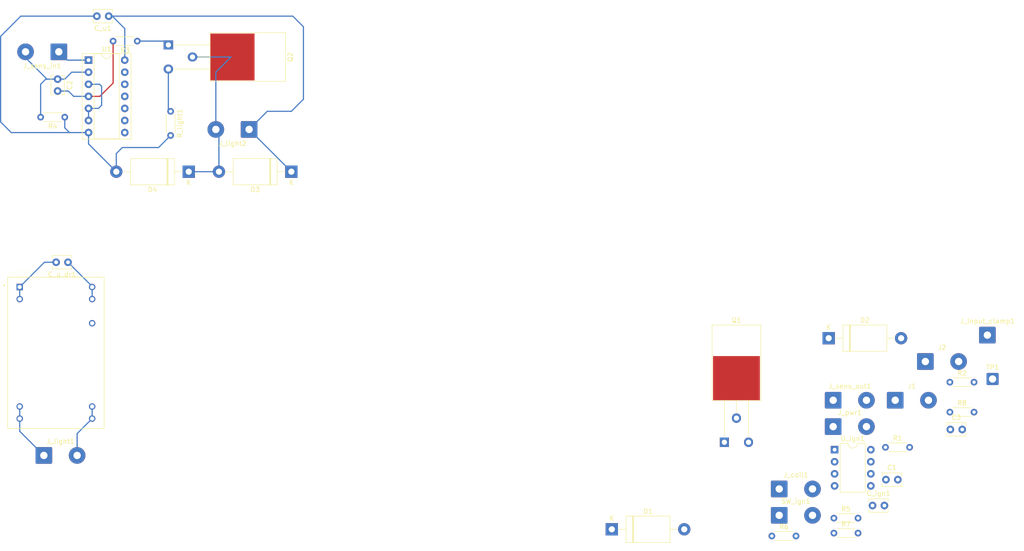
<source format=kicad_pcb>
(kicad_pcb (version 20211014) (generator pcbnew)
  (layers (0 "F.Cu" signal) (31 "B.Cu" signal) (34 "B.Paste" user) (35 "F.Paste" user) (36 "B.SilkS" user "B.Silkscreen") (37 "F.SilkS" user "F.Silkscreen") (38 "B.Mask" user) (39 "F.Mask" user) (44 "Edge.Cuts" user))
  (net 0 "")
  (net 1 "Net-(C1-Pad2)")
  (net 2 "Net-(C1-Pad1)")
  (net 3 "Net-(C2-Pad2)")
  (net 4 "Net-(C2-Pad1)")
  (net 5 "GND")
  (net 6 "/U_ign_tr")
  (net 7 "/U_ign_pwr")
  (net 8 "+12V")
  (net 9 "Net-(D1-Pad2)")
  (net 10 "Net-(D3-Pad2)")
  (net 11 "Net-(J1-Pad2)")
  (net 12 "Net-(J2-Pad2)")
  (net 13 "Net-(J_light1-Pad2)")
  (net 14 "Net-(J_light1-Pad1)")
  (net 15 "Net-(J_sens_in1-Pad1)")
  (net 16 "Net-(J_sens_out1-Pad2)")
  (net 17 "Net-(J_sens_out1-Pad1)")
  (net 18 "Net-(Q2-Pad3)")
  (net 19 "/on_off_dr")
  (net 20 "Net-(R5-Pad2)")
  (net 21 "Net-(R6-Pad2)")
  (net 22 "Net-(U1-Pad3)")
  (footprint "Capacitor_THT:C_Disc_D3.8mm_W2.6mm_P2.50mm" (layer "F.Cu") (at 247 142.25)
    (fp_text reference "C1" (at 1.25 -2.55) (layer "F.SilkS"))
    (fp_text value "68pF")
    (fp_line (start -0.77 1.42) (end 3.27 1.42) (layer "F.SilkS") (width 0.12))
    (fp_line (start 3.27 0.795) (end 3.27 1.42) (layer "F.SilkS") (width 0.12))
    (fp_line (start 3.27 -1.42) (end 3.27 -0.795) (layer "F.SilkS") (width 0.12))
    (fp_line (start -0.77 -1.42) (end -0.77 -0.795) (layer "F.SilkS") (width 0.12))
    (fp_line (start -0.77 -1.42) (end 3.27 -1.42) (layer "F.SilkS") (width 0.12))
    (fp_line (start -0.77 0.795) (end -0.77 1.42) (layer "F.SilkS") (width 0.12))
    (pad "1" thru_hole circle locked (at 0 0) (size 1.6 1.6) (drill 0.8) (layers *.Cu *.Mask) (net 2 "Net-(C1-Pad1)"))
    (pad "2" thru_hole circle locked (at 2.5 0) (size 1.6 1.6) (drill 0.8) (layers *.Cu *.Mask) (net 1 "Net-(C1-Pad2)"))
  )
  (footprint "Capacitor_THT:C_Disc_D3.8mm_W2.6mm_P2.50mm" (layer "F.Cu") (at 72.75 58 -90)
    (fp_text reference "C2" (at 1.25 -2.55 90) (layer "F.SilkS"))
    (fp_text value "0.1uF")
    (fp_line (start -0.77 -1.42) (end 3.27 -1.42) (layer "F.SilkS") (width 0.12))
    (fp_line (start -0.77 -1.42) (end -0.77 -0.795) (layer "F.SilkS") (width 0.12))
    (fp_line (start 3.27 0.795) (end 3.27 1.42) (layer "F.SilkS") (width 0.12))
    (fp_line (start -0.77 1.42) (end 3.27 1.42) (layer "F.SilkS") (width 0.12))
    (fp_line (start 3.27 -1.42) (end 3.27 -0.795) (layer "F.SilkS") (width 0.12))
    (fp_line (start -0.77 0.795) (end -0.77 1.42) (layer "F.SilkS") (width 0.12))
    (pad "1" thru_hole circle locked (at 0 0 270) (size 1.6 1.6) (drill 0.8) (layers *.Cu *.Mask) (net 4 "Net-(C2-Pad1)"))
    (pad "2" thru_hole circle locked (at 2.5 0 270) (size 1.6 1.6) (drill 0.8) (layers *.Cu *.Mask) (net 3 "Net-(C2-Pad2)"))
  )
  (footprint "Capacitor_THT:C_Disc_D3.8mm_W2.6mm_P2.50mm" (layer "F.Cu") (at 260.55 131.7)
    (fp_text reference "C3" (at 1.25 -2.55) (layer "F.SilkS"))
    (fp_text value "6.8uF")
    (fp_line (start -0.77 1.42) (end 3.27 1.42) (layer "F.SilkS") (width 0.12))
    (fp_line (start -0.77 0.795) (end -0.77 1.42) (layer "F.SilkS") (width 0.12))
    (fp_line (start 3.27 -1.42) (end 3.27 -0.795) (layer "F.SilkS") (width 0.12))
    (fp_line (start -0.77 -1.42) (end 3.27 -1.42) (layer "F.SilkS") (width 0.12))
    (fp_line (start -0.77 -1.42) (end -0.77 -0.795) (layer "F.SilkS") (width 0.12))
    (fp_line (start 3.27 0.795) (end 3.27 1.42) (layer "F.SilkS") (width 0.12))
    (pad "1" thru_hole circle locked (at 0 0) (size 1.6 1.6) (drill 0.8) (layers *.Cu *.Mask) (net 6 "/U_ign_tr"))
    (pad "2" thru_hole circle locked (at 2.5 0) (size 1.6 1.6) (drill 0.8) (layers *.Cu *.Mask) (net 5 "GND"))
  )
  (footprint "Capacitor_THT:C_Disc_D3.8mm_W2.6mm_P2.50mm" (layer "F.Cu") (at 244.18 147.7)
    (fp_text reference "C_ign1" (at 1.25 -2.55) (layer "F.SilkS"))
    (fp_text value "0.1uF")
    (fp_line (start -0.77 0.795) (end -0.77 1.42) (layer "F.SilkS") (width 0.12))
    (fp_line (start -0.77 -1.42) (end -0.77 -0.795) (layer "F.SilkS") (width 0.12))
    (fp_line (start -0.77 1.42) (end 3.27 1.42) (layer "F.SilkS") (width 0.12))
    (fp_line (start 3.27 -1.42) (end 3.27 -0.795) (layer "F.SilkS") (width 0.12))
    (fp_line (start -0.77 -1.42) (end 3.27 -1.42) (layer "F.SilkS") (width 0.12))
    (fp_line (start 3.27 0.795) (end 3.27 1.42) (layer "F.SilkS") (width 0.12))
    (pad "1" thru_hole circle locked (at 0 0) (size 1.6 1.6) (drill 0.8) (layers *.Cu *.Mask) (net 7 "/U_ign_pwr"))
    (pad "2" thru_hole circle locked (at 2.5 0) (size 1.6 1.6) (drill 0.8) (layers *.Cu *.Mask) (net 5 "GND"))
  )
  (footprint "Capacitor_THT:C_Disc_D3.8mm_W2.6mm_P2.50mm" (layer "F.Cu") (at 83.5 44.75 180)
    (fp_text reference "C_u1" (at 1.25 -2.55) (layer "F.SilkS"))
    (fp_text value "0.1uF")
    (fp_line (start 3.27 -1.42) (end 3.27 -0.795) (layer "F.SilkS") (width 0.12))
    (fp_line (start -0.77 1.42) (end 3.27 1.42) (layer "F.SilkS") (width 0.12))
    (fp_line (start -0.77 -1.42) (end 3.27 -1.42) (layer "F.SilkS") (width 0.12))
    (fp_line (start -0.77 -1.42) (end -0.77 -0.795) (layer "F.SilkS") (width 0.12))
    (fp_line (start -0.77 0.795) (end -0.77 1.42) (layer "F.SilkS") (width 0.12))
    (fp_line (start 3.27 0.795) (end 3.27 1.42) (layer "F.SilkS") (width 0.12))
    (pad "1" thru_hole circle locked (at 0 0 180) (size 1.6 1.6) (drill 0.8) (layers *.Cu *.Mask) (net 8 "+12V"))
    (pad "2" thru_hole circle locked (at 2.5 0 180) (size 1.6 1.6) (drill 0.8) (layers *.Cu *.Mask) (net 5 "GND"))
  )
  (footprint "Diode_THT:D_DO-201AE_P15.24mm_Horizontal" (layer "F.Cu") (at 189.33 152.7)
    (fp_text reference "D1" (at 7.62 -3.77) (layer "F.SilkS"))
    (fp_text value "1.5KExxA")
    (fp_text user "K" (at 0 -2.3) (layer "F.SilkS"))
    (fp_line (start 3 -2.77) (end 3 2.77) (layer "F.SilkS") (width 0.12))
    (fp_line (start 4.59 -2.77) (end 4.59 2.77) (layer "F.SilkS") (width 0.12))
    (fp_line (start 3 2.77) (end 12.24 2.77) (layer "F.SilkS") (width 0.12))
    (fp_line (start 4.35 -2.77) (end 4.35 2.77) (layer "F.SilkS") (width 0.12))
    (fp_line (start 12.24 -2.77) (end 3 -2.77) (layer "F.SilkS") (width 0.12))
    (fp_line (start 12.24 2.77) (end 12.24 -2.77) (layer "F.SilkS") (width 0.12))
    (fp_line (start 1.54 0) (end 3 0) (layer "F.SilkS") (width 0.12))
    (fp_line (start 4.47 -2.77) (end 4.47 2.77) (layer "F.SilkS") (width 0.12))
    (fp_line (start 13.7 0) (end 12.24 0) (layer "F.SilkS") (width 0.12))
    (pad "1" thru_hole rect locked (at 0 0) (size 2.6 2.6) (drill 1.3) (layers *.Cu *.Mask) (net 8 "+12V"))
    (pad "2" thru_hole oval locked (at 15.24 0) (size 2.6 2.6) (drill 1.3) (layers *.Cu *.Mask) (net 9 "Net-(D1-Pad2)"))
  )
  (footprint "Diode_THT:D_DO-201AE_P15.24mm_Horizontal" (layer "F.Cu") (at 234.95 112.5)
    (fp_text reference "D2" (at 7.62 -3.77) (layer "F.SilkS"))
    (fp_text value "1.5KExxA")
    (fp_text user "K" (at 0 -2.3) (layer "F.SilkS"))
    (fp_line (start 3 2.77) (end 12.24 2.77) (layer "F.SilkS") (width 0.12))
    (fp_line (start 4.59 -2.77) (end 4.59 2.77) (layer "F.SilkS") (width 0.12))
    (fp_line (start 3 -2.77) (end 3 2.77) (layer "F.SilkS") (width 0.12))
    (fp_line (start 1.54 0) (end 3 0) (layer "F.SilkS") (width 0.12))
    (fp_line (start 4.47 -2.77) (end 4.47 2.77) (layer "F.SilkS") (width 0.12))
    (fp_line (start 12.24 -2.77) (end 3 -2.77) (layer "F.SilkS") (width 0.12))
    (fp_line (start 4.35 -2.77) (end 4.35 2.77) (layer "F.SilkS") (width 0.12))
    (fp_line (start 12.24 2.77) (end 12.24 -2.77) (layer "F.SilkS") (width 0.12))
    (fp_line (start 13.7 0) (end 12.24 0) (layer "F.SilkS") (width 0.12))
    (pad "1" thru_hole rect locked (at 0 0) (size 2.6 2.6) (drill 1.3) (layers *.Cu *.Mask) (net 9 "Net-(D1-Pad2)"))
    (pad "2" thru_hole oval locked (at 15.24 0) (size 2.6 2.6) (drill 1.3) (layers *.Cu *.Mask) (net 5 "GND"))
  )
  (footprint "Diode_THT:D_DO-201AE_P15.24mm_Horizontal" (layer "F.Cu") (at 121.92 77.47 180)
    (fp_text reference "D3" (at 7.62 -3.77) (layer "F.SilkS"))
    (fp_text value "1.5KExxA")
    (fp_text user "K" (at 0 -2.3) (layer "F.SilkS"))
    (fp_line (start 4.35 -2.77) (end 4.35 2.77) (layer "F.SilkS") (width 0.12))
    (fp_line (start 3 -2.77) (end 3 2.77) (layer "F.SilkS") (width 0.12))
    (fp_line (start 13.7 0) (end 12.24 0) (layer "F.SilkS") (width 0.12))
    (fp_line (start 3 2.77) (end 12.24 2.77) (layer "F.SilkS") (width 0.12))
    (fp_line (start 12.24 2.77) (end 12.24 -2.77) (layer "F.SilkS") (width 0.12))
    (fp_line (start 12.24 -2.77) (end 3 -2.77) (layer "F.SilkS") (width 0.12))
    (fp_line (start 4.47 -2.77) (end 4.47 2.77) (layer "F.SilkS") (width 0.12))
    (fp_line (start 4.59 -2.77) (end 4.59 2.77) (layer "F.SilkS") (width 0.12))
    (fp_line (start 1.54 0) (end 3 0) (layer "F.SilkS") (width 0.12))
    (pad "1" thru_hole rect locked (at 0 0 180) (size 2.6 2.6) (drill 1.3) (layers *.Cu *.Mask) (net 8 "+12V"))
    (pad "2" thru_hole oval locked (at 15.24 0 180) (size 2.6 2.6) (drill 1.3) (layers *.Cu *.Mask) (net 10 "Net-(D3-Pad2)"))
  )
  (footprint "Diode_THT:D_DO-201AE_P15.24mm_Horizontal" (layer "F.Cu") (at 100.33 77.47 180)
    (fp_text reference "D4" (at 7.62 -3.77) (layer "F.SilkS"))
    (fp_text value "1.5KExxA")
    (fp_text user "K" (at 0 -2.3) (layer "F.SilkS"))
    (fp_line (start 4.59 -2.77) (end 4.59 2.77) (layer "F.SilkS") (width 0.12))
    (fp_line (start 1.54 0) (end 3 0) (layer "F.SilkS") (width 0.12))
    (fp_line (start 13.7 0) (end 12.24 0) (layer "F.SilkS") (width 0.12))
    (fp_line (start 12.24 -2.77) (end 3 -2.77) (layer "F.SilkS") (width 0.12))
    (fp_line (start 4.35 -2.77) (end 4.35 2.77) (layer "F.SilkS") (width 0.12))
    (fp_line (start 12.24 2.77) (end 12.24 -2.77) (layer "F.SilkS") (width 0.12))
    (fp_line (start 4.47 -2.77) (end 4.47 2.77) (layer "F.SilkS") (width 0.12))
    (fp_line (start 3 -2.77) (end 3 2.77) (layer "F.SilkS") (width 0.12))
    (fp_line (start 3 2.77) (end 12.24 2.77) (layer "F.SilkS") (width 0.12))
    (pad "1" thru_hole rect locked (at 0 0 180) (size 2.6 2.6) (drill 1.3) (layers *.Cu *.Mask) (net 10 "Net-(D3-Pad2)"))
    (pad "2" thru_hole oval locked (at 15.24 0 180) (size 2.6 2.6) (drill 1.3) (layers *.Cu *.Mask) (net 5 "GND"))
  )
  (footprint "Connector_Wire:SolderWire-0.75sqmm_1x02_P7mm_D1.25mm_OD3.5mm" (layer "F.Cu") (at 248.95 125.55)
    (fp_text reference "J1" (at 3.5 -2.95) (layer "F.SilkS"))
    (fp_text value "Conn_01x02_Male")
    (pad "1" thru_hole roundrect locked (at 0 0) (size 3.5 3.5) (drill 1.55) (layers *.Cu *.Mask) (roundrect_rratio 0.071429) (net 5 "GND"))
    (pad "2" thru_hole circle locked (at 7 0) (size 3.5 3.5) (drill 1.55) (layers *.Cu *.Mask) (net 11 "Net-(J1-Pad2)"))
  )
  (footprint "Connector_Wire:SolderWire-0.75sqmm_1x02_P7mm_D1.25mm_OD3.5mm" (layer "F.Cu") (at 255.29 117.4)
    (fp_text reference "J2" (at 3.5 -2.95) (layer "F.SilkS"))
    (fp_text value "Conn_01x02_Female")
    (pad "1" thru_hole roundrect locked (at 0 0) (size 3.5 3.5) (drill 1.55) (layers *.Cu *.Mask) (roundrect_rratio 0.071429) (net 5 "GND"))
    (pad "2" thru_hole circle locked (at 7 0) (size 3.5 3.5) (drill 1.55) (layers *.Cu *.Mask) (net 12 "Net-(J2-Pad2)"))
  )
  (footprint "Connector_Wire:SolderWire-0.75sqmm_1x02_P7mm_D1.25mm_OD3.5mm" (layer "F.Cu") (at 224.55 144.21)
    (fp_text reference "J_coil1" (at 3.5 -2.95) (layer "F.SilkS"))
    (fp_text value "Conn_01x02_Male")
    (pad "1" thru_hole roundrect locked (at 0 0) (size 3.5 3.5) (drill 1.55) (layers *.Cu *.Mask) (roundrect_rratio 0.071429) (net 8 "+12V"))
    (pad "2" thru_hole circle locked (at 7 0) (size 3.5 3.5) (drill 1.55) (layers *.Cu *.Mask) (net 9 "Net-(D1-Pad2)"))
  )
  (footprint "Connector_Wire:SolderWire-0.75sqmm_1x01_D1.25mm_OD3.5mm" (layer "F.Cu") (at 268.34 111.85)
    (fp_text reference "J_input_clamp1" (at 0 -2.95) (layer "F.SilkS"))
    (fp_text value "Conn_01x01_Female")
    (pad "1" thru_hole roundrect locked (at 0 0) (size 3.5 3.5) (drill 1.55) (layers *.Cu *.Mask) (roundrect_rratio 0.071429) (net 1 "Net-(C1-Pad2)"))
  )
  (footprint "Connector_Wire:SolderWire-0.75sqmm_1x02_P7mm_D1.25mm_OD3.5mm" (layer "F.Cu") (at 69.85 137.16)
    (fp_text reference "J_light1" (at 3.5 -2.95) (layer "F.SilkS"))
    (fp_text value "Conn_01x02_Male")
    (pad "1" thru_hole roundrect locked (at 0 0) (size 3.5 3.5) (drill 1.55) (layers *.Cu *.Mask) (roundrect_rratio 0.071429) (net 14 "Net-(J_light1-Pad1)"))
    (pad "2" thru_hole circle locked (at 7 0) (size 3.5 3.5) (drill 1.55) (layers *.Cu *.Mask) (net 13 "Net-(J_light1-Pad2)"))
  )
  (footprint "Connector_Wire:SolderWire-0.75sqmm_1x02_P7mm_D1.25mm_OD3.5mm" (layer "F.Cu") (at 113.03 68.58 180)
    (fp_text reference "J_light2" (at 3.5 -2.95) (layer "F.SilkS"))
    (fp_text value "Conn_01x02_Male")
    (pad "1" thru_hole roundrect locked (at 0 0 180) (size 3.5 3.5) (drill 1.55) (layers *.Cu *.Mask) (roundrect_rratio 0.071429) (net 8 "+12V"))
    (pad "2" thru_hole circle locked (at 7 0 180) (size 3.5 3.5) (drill 1.55) (layers *.Cu *.Mask) (net 10 "Net-(D3-Pad2)"))
  )
  (footprint "Connector_Wire:SolderWire-0.75sqmm_1x02_P7mm_D1.25mm_OD3.5mm" (layer "F.Cu") (at 235.9 131.1)
    (fp_text reference "J_pwr1" (at 3.5 -2.95) (layer "F.SilkS"))
    (fp_text value "Conn_01x02_Female")
    (pad "1" thru_hole roundrect locked (at 0 0) (size 3.5 3.5) (drill 1.55) (layers *.Cu *.Mask) (roundrect_rratio 0.071429) (net 5 "GND"))
    (pad "2" thru_hole circle locked (at 7 0) (size 3.5 3.5) (drill 1.55) (layers *.Cu *.Mask) (net 8 "+12V"))
  )
  (footprint "Connector_Wire:SolderWire-0.75sqmm_1x02_P7mm_D1.25mm_OD3.5mm" (layer "F.Cu") (at 73 52.25 180)
    (fp_text reference "J_sens_in1" (at 3.5 -2.95) (layer "F.SilkS"))
    (fp_text value "Conn_01x02_Female")
    (pad "1" thru_hole roundrect locked (at 0 0 180) (size 3.5 3.5) (drill 1.55) (layers *.Cu *.Mask) (roundrect_rratio 0.071429) (net 15 "Net-(J_sens_in1-Pad1)"))
    (pad "2" thru_hole circle locked (at 7 0 180) (size 3.5 3.5) (drill 1.55) (layers *.Cu *.Mask) (net 4 "Net-(C2-Pad1)"))
  )
  (footprint "Connector_Wire:SolderWire-0.75sqmm_1x02_P7mm_D1.25mm_OD3.5mm" (layer "F.Cu") (at 235.9 125.55)
    (fp_text reference "J_sens_out1" (at 3.5 -2.95) (layer "F.SilkS"))
    (fp_text value "Conn_01x02_Male")
    (pad "1" thru_hole roundrect locked (at 0 0) (size 3.5 3.5) (drill 1.55) (layers *.Cu *.Mask) (roundrect_rratio 0.071429) (net 17 "Net-(J_sens_out1-Pad1)"))
    (pad "2" thru_hole circle locked (at 7 0) (size 3.5 3.5) (drill 1.55) (layers *.Cu *.Mask) (net 16 "Net-(J_sens_out1-Pad2)"))
  )
  (footprint "MY_LIB:TO-220-3-4_Horizontal_TabDown" (layer "F.Cu") (at 213.01 129.31)
    (fp_text reference "Q1" (at 2.54 -20.58) (layer "F.SilkS"))
    (fp_text value "IRFB3004PbF")
    (fp_line (start 5.08 -3.69) (end 5.08 3.81) (layer "F.SilkS") (width 0.12))
    (fp_line (start 0 -3.69) (end 0 3.81) (layer "F.SilkS") (width 0.12))
    (fp_line (start -2.58 -19.58) (end 7.66 -19.58) (layer "F.SilkS") (width 0.12))
    (fp_line (start -2.58 -3.69) (end 7.66 -3.69) (layer "F.SilkS") (width 0.12))
    (fp_line (start -2.58 -19.58) (end -2.58 -3.69) (layer "F.SilkS") (width 0.12))
    (fp_line (start 2.54 -3.69) (end 2.54 -1.15) (layer "F.SilkS") (width 0.12))
    (fp_line (start 7.66 -19.58) (end 7.66 -3.69) (layer "F.SilkS") (width 0.12))
    (pad "1" thru_hole rect locked (at 0 5.08) (size 1.905 2) (drill 1.1) (layers *.Cu *.Mask) (net 12 "Net-(J2-Pad2)"))
    (pad "2" thru_hole oval locked (at 2.54 0) (size 1.905 2) (drill 1.1) (layers *.Cu *.Mask) (net 9 "Net-(D1-Pad2)"))
    (pad "3" thru_hole oval locked (at 5.08 5.08) (size 1.905 2) (drill 1.1) (layers *.Cu *.Mask) (net 5 "GND"))
    (pad "4" connect rect locked (at 2.54 -8.4) (size 9.85 9.3) (layers "F.Cu" "F.Mask") (net 9 "Net-(D1-Pad2)"))
  )
  (footprint "MY_LIB:TO-220-3-4_Horizontal_TabDown" (layer "F.Cu") (at 101.1225 50.8 -90)
    (fp_text reference "Q2" (at 2.54 -20.58 -270) (layer "F.SilkS"))
    (fp_text value "IRFB3004PbF")
    (fp_line (start -2.58 -19.58) (end 7.66 -19.58) (layer "F.SilkS") (width 0.12))
    (fp_line (start -2.58 -19.58) (end -2.58 -3.69) (layer "F.SilkS") (width 0.12))
    (fp_line (start 0 -3.69) (end 0 3.81) (layer "F.SilkS") (width 0.12))
    (fp_line (start 5.08 -3.69) (end 5.08 3.81) (layer "F.SilkS") (width 0.12))
    (fp_line (start 2.54 -3.69) (end 2.54 -1.15) (layer "F.SilkS") (width 0.12))
    (fp_line (start -2.58 -3.69) (end 7.66 -3.69) (layer "F.SilkS") (width 0.12))
    (fp_line (start 7.66 -19.58) (end 7.66 -3.69) (layer "F.SilkS") (width 0.12))
    (pad "1" thru_hole rect locked (at 0 5.08 270) (size 1.905 2) (drill 1.1) (layers *.Cu *.Mask) (net 19 "/on_off_dr"))
    (pad "2" thru_hole oval locked (at 2.54 0 270) (size 1.905 2) (drill 1.1) (layers *.Cu *.Mask) (net 10 "Net-(D3-Pad2)"))
    (pad "3" thru_hole oval locked (at 5.08 5.08 270) (size 1.905 2) (drill 1.1) (layers *.Cu *.Mask) (net 18 "Net-(Q2-Pad3)"))
    (pad "4" connect rect locked (at 2.54 -8.4 270) (size 9.85 9.3) (layers "F.Cu" "F.Mask") (net 10 "Net-(D3-Pad2)"))
  )
  (footprint "Resistor_THT:R_Axial_DIN0204_L3.6mm_D1.6mm_P5.08mm_Horizontal" (layer "F.Cu") (at 246.9 135.45)
    (fp_text reference "R1" (at 2.54 -1.92) (layer "F.SilkS"))
    (fp_text value "15k")
    (fp_line (start 0.62 0.92) (end 4.46 0.92) (layer "F.SilkS") (width 0.12))
    (fp_line (start 0.62 -0.92) (end 4.46 -0.92) (layer "F.SilkS") (width 0.12))
    (pad "1" thru_hole circle locked (at 0 0) (size 1.4 1.4) (drill 0.7) (layers *.Cu *.Mask) (net 17 "Net-(J_sens_out1-Pad1)"))
    (pad "2" thru_hole oval locked (at 5.08 0) (size 1.4 1.4) (drill 0.7) (layers *.Cu *.Mask) (net 2 "Net-(C1-Pad1)"))
  )
  (footprint "Resistor_THT:R_Axial_DIN0204_L3.6mm_D1.6mm_P5.08mm_Horizontal" (layer "F.Cu") (at 260.45 121.75)
    (fp_text reference "R2" (at 2.54 -1.92) (layer "F.SilkS"))
    (fp_text value "3k")
    (fp_line (start 0.62 0.92) (end 4.46 0.92) (layer "F.SilkS") (width 0.12))
    (fp_line (start 0.62 -0.92) (end 4.46 -0.92) (layer "F.SilkS") (width 0.12))
    (pad "1" thru_hole circle locked (at 0 0) (size 1.4 1.4) (drill 0.7) (layers *.Cu *.Mask) (net 16 "Net-(J_sens_out1-Pad2)"))
    (pad "2" thru_hole oval locked (at 5.08 0) (size 1.4 1.4) (drill 0.7) (layers *.Cu *.Mask) (net 2 "Net-(C1-Pad1)"))
  )
  (footprint "Resistor_THT:R_Axial_DIN0204_L3.6mm_D1.6mm_P5.08mm_Horizontal" (layer "F.Cu") (at 89.5 50 180)
    (fp_text reference "R3" (at 2.54 -1.92) (layer "F.SilkS"))
    (fp_text value "1k/4.7k")
    (fp_line (start 0.62 -0.92) (end 4.46 -0.92) (layer "F.SilkS") (width 0.12))
    (fp_line (start 0.62 0.92) (end 4.46 0.92) (layer "F.SilkS") (width 0.12))
    (pad "1" thru_hole circle locked (at 0 0 180) (size 1.4 1.4) (drill 0.7) (layers *.Cu *.Mask) (net 19 "/on_off_dr"))
    (pad "2" thru_hole oval locked (at 5.08 0 180) (size 1.4 1.4) (drill 0.7) (layers *.Cu *.Mask) (net 3 "Net-(C2-Pad2)"))
  )
  (footprint "Resistor_THT:R_Axial_DIN0204_L3.6mm_D1.6mm_P5.08mm_Horizontal" (layer "F.Cu") (at 74.25 66 180)
    (fp_text reference "R4" (at 2.54 -1.92) (layer "F.SilkS"))
    (fp_text value "100k")
    (fp_line (start 0.62 -0.92) (end 4.46 -0.92) (layer "F.SilkS") (width 0.12))
    (fp_line (start 0.62 0.92) (end 4.46 0.92) (layer "F.SilkS") (width 0.12))
    (pad "1" thru_hole circle locked (at 0 0 180) (size 1.4 1.4) (drill 0.7) (layers *.Cu *.Mask) (net 5 "GND"))
    (pad "2" thru_hole oval locked (at 5.08 0 180) (size 1.4 1.4) (drill 0.7) (layers *.Cu *.Mask) (net 4 "Net-(C2-Pad1)"))
  )
  (footprint "Resistor_THT:R_Axial_DIN0204_L3.6mm_D1.6mm_P5.08mm_Horizontal" (layer "F.Cu") (at 236.05 150.35)
    (fp_text reference "R5" (at 2.54 -1.92) (layer "F.SilkS"))
    (fp_text value "R")
    (fp_line (start 0.62 0.92) (end 4.46 0.92) (layer "F.SilkS") (width 0.12))
    (fp_line (start 0.62 -0.92) (end 4.46 -0.92) (layer "F.SilkS") (width 0.12))
    (pad "1" thru_hole circle locked (at 0 0) (size 1.4 1.4) (drill 0.7) (layers *.Cu *.Mask) (net 11 "Net-(J1-Pad2)"))
    (pad "2" thru_hole oval locked (at 5.08 0) (size 1.4 1.4) (drill 0.7) (layers *.Cu *.Mask) (net 20 "Net-(R5-Pad2)"))
  )
  (footprint "Resistor_THT:R_Axial_DIN0204_L3.6mm_D1.6mm_P5.08mm_Horizontal" (layer "F.Cu") (at 223 154.11)
    (fp_text reference "R6" (at 2.54 -1.92) (layer "F.SilkS"))
    (fp_text value "15k")
    (fp_line (start 0.62 0.92) (end 4.46 0.92) (layer "F.SilkS") (width 0.12))
    (fp_line (start 0.62 -0.92) (end 4.46 -0.92) (layer "F.SilkS") (width 0.12))
    (pad "1" thru_hole circle locked (at 0 0) (size 1.4 1.4) (drill 0.7) (layers *.Cu *.Mask) (net 20 "Net-(R5-Pad2)"))
    (pad "2" thru_hole oval locked (at 5.08 0) (size 1.4 1.4) (drill 0.7) (layers *.Cu *.Mask) (net 21 "Net-(R6-Pad2)"))
  )
  (footprint "Resistor_THT:R_Axial_DIN0204_L3.6mm_D1.6mm_P5.08mm_Horizontal" (layer "F.Cu") (at 236.05 153.5)
    (fp_text reference "R7" (at 2.54 -1.92) (layer "F.SilkS"))
    (fp_text value "15k")
    (fp_line (start 0.62 0.92) (end 4.46 0.92) (layer "F.SilkS") (width 0.12))
    (fp_line (start 0.62 -0.92) (end 4.46 -0.92) (layer "F.SilkS") (width 0.12))
    (pad "1" thru_hole circle locked (at 0 0) (size 1.4 1.4) (drill 0.7) (layers *.Cu *.Mask) (net 20 "Net-(R5-Pad2)"))
    (pad "2" thru_hole oval locked (at 5.08 0) (size 1.4 1.4) (drill 0.7) (layers *.Cu *.Mask) (net 6 "/U_ign_tr"))
  )
  (footprint "Resistor_THT:R_Axial_DIN0204_L3.6mm_D1.6mm_P5.08mm_Horizontal" (layer "F.Cu") (at 260.45 128.05)
    (fp_text reference "R8" (at 2.54 -1.92) (layer "F.SilkS"))
    (fp_text value "68k")
    (fp_line (start 0.62 -0.92) (end 4.46 -0.92) (layer "F.SilkS") (width 0.12))
    (fp_line (start 0.62 0.92) (end 4.46 0.92) (layer "F.SilkS") (width 0.12))
    (pad "1" thru_hole circle locked (at 0 0) (size 1.4 1.4) (drill 0.7) (layers *.Cu *.Mask) (net 21 "Net-(R6-Pad2)"))
    (pad "2" thru_hole oval locked (at 5.08 0) (size 1.4 1.4) (drill 0.7) (layers *.Cu *.Mask) (net 6 "/U_ign_tr"))
  )
  (footprint "Resistor_THT:R_Axial_DIN0204_L3.6mm_D1.6mm_P5.08mm_Horizontal" (layer "F.Cu") (at 96.52 64.77 -90)
    (fp_text reference "R_light1" (at 2.54 -1.92 90) (layer "F.SilkS"))
    (fp_text value "R")
    (fp_line (start 0.62 -0.92) (end 4.46 -0.92) (layer "F.SilkS") (width 0.12))
    (fp_line (start 0.62 0.92) (end 4.46 0.92) (layer "F.SilkS") (width 0.12))
    (pad "1" thru_hole circle locked (at 0 0 270) (size 1.4 1.4) (drill 0.7) (layers *.Cu *.Mask) (net 18 "Net-(Q2-Pad3)"))
    (pad "2" thru_hole oval locked (at 5.08 0 270) (size 1.4 1.4) (drill 0.7) (layers *.Cu *.Mask) (net 5 "GND"))
  )
  (footprint "Connector_Wire:SolderWire-0.75sqmm_1x02_P7mm_D1.25mm_OD3.5mm" (layer "F.Cu") (at 224.55 149.76)
    (fp_text reference "SW_ign1" (at 3.5 -2.95) (layer "F.SilkS"))
    (fp_text value "SW_SPST")
    (pad "1" thru_hole roundrect locked (at 0 0) (size 3.5 3.5) (drill 1.55) (layers *.Cu *.Mask) (roundrect_rratio 0.071429) (net 8 "+12V"))
    (pad "2" thru_hole circle locked (at 7 0) (size 3.5 3.5) (drill 1.55) (layers *.Cu *.Mask) (net 7 "/U_ign_pwr"))
  )
  (footprint "Connector_Wire:SolderWire-0.75sqmm_1x01_D1.25mm_OD2.3mm" (layer "F.Cu") (at 269.43 121.08)
    (fp_text reference "TP1" (at 0 -2.47) (layer "F.SilkS"))
    (fp_text value "TestPoint")
    (pad "1" thru_hole roundrect locked (at 0 0) (size 2.55 2.55) (drill 1.55) (layers *.Cu *.Mask) (roundrect_rratio 0.098039) (net 20 "Net-(R5-Pad2)"))
  )
  (footprint "Package_DIP:DIP-14_W7.62mm_Socket" (layer "F.Cu") (at 79.25 54)
    (fp_text reference "U1" (at 3.81 -2.33) (layer "F.SilkS"))
    (fp_text value "4001")
    (fp_line (start 8.95 -1.39) (end -1.33 -1.39) (layer "F.SilkS") (width 0.12))
    (fp_line (start 6.46 -1.33) (end 4.81 -1.33) (layer "F.SilkS") (width 0.12))
    (fp_line (start 1.16 -1.33) (end 1.16 16.57) (layer "F.SilkS") (width 0.12))
    (fp_line (start 6.46 16.57) (end 6.46 -1.33) (layer "F.SilkS") (width 0.12))
    (fp_line (start 1.16 16.57) (end 6.46 16.57) (layer "F.SilkS") (width 0.12))
    (fp_line (start 8.95 16.63) (end 8.95 -1.39) (layer "F.SilkS") (width 0.12))
    (fp_line (start 2.81 -1.33) (end 1.16 -1.33) (layer "F.SilkS") (width 0.12))
    (fp_line (start -1.33 16.63) (end 8.95 16.63) (layer "F.SilkS") (width 0.12))
    (fp_line (start -1.33 -1.39) (end -1.33 16.63) (layer "F.SilkS") (width 0.12))
    (fp_arc (start 4.81 -1.33) (mid 3.81 -0.33) (end 2.81 -1.33) (layer "F.SilkS") (width 0.12))
    (pad "1" thru_hole rect locked (at 0 0) (size 1.6 1.6) (drill 0.8) (layers *.Cu *.Mask) (net 15 "Net-(J_sens_in1-Pad1)"))
    (pad "2" thru_hole oval locked (at 0 2.54) (size 1.6 1.6) (drill 0.8) (layers *.Cu *.Mask) (net 4 "Net-(C2-Pad1)"))
    (pad "3" thru_hole oval locked (at 0 5.08) (size 1.6 1.6) (drill 0.8) (layers *.Cu *.Mask) (net 22 "Net-(U1-Pad3)"))
    (pad "4" thru_hole oval locked (at 0 7.62) (size 1.6 1.6) (drill 0.8) (layers *.Cu *.Mask) (net 3 "Net-(C2-Pad2)"))
    (pad "5" thru_hole oval locked (at 0 10.16) (size 1.6 1.6) (drill 0.8) (layers *.Cu *.Mask) (net 22 "Net-(U1-Pad3)"))
    (pad "6" thru_hole oval locked (at 0 12.7) (size 1.6 1.6) (drill 0.8) (layers *.Cu *.Mask) (net 22 "Net-(U1-Pad3)"))
    (pad "7" thru_hole oval locked (at 0 15.24) (size 1.6 1.6) (drill 0.8) (layers *.Cu *.Mask) (net 5 "GND"))
    (pad "8" thru_hole oval locked (at 7.62 15.24) (size 1.6 1.6) (drill 0.8) (layers *.Cu *.Mask))
    (pad "9" thru_hole oval locked (at 7.62 12.7) (size 1.6 1.6) (drill 0.8) (layers *.Cu *.Mask))
    (pad "10" thru_hole oval locked (at 7.62 10.16) (size 1.6 1.6) (drill 0.8) (layers *.Cu *.Mask))
    (pad "11" thru_hole oval locked (at 7.62 7.62) (size 1.6 1.6) (drill 0.8) (layers *.Cu *.Mask))
    (pad "12" thru_hole oval locked (at 7.62 5.08) (size 1.6 1.6) (drill 0.8) (layers *.Cu *.Mask))
    (pad "13" thru_hole oval locked (at 7.62 2.54) (size 1.6 1.6) (drill 0.8) (layers *.Cu *.Mask))
    (pad "14" thru_hole oval locked (at 7.62 0) (size 1.6 1.6) (drill 0.8) (layers *.Cu *.Mask) (net 8 "+12V"))
  )
  (footprint "MY_LIB:MEANWELL_LDB-350L" (layer "F.Cu") (at 72.39 115.57)
    (fp_text reference "U_dr1" (at -6.985 -17.145) (layer "F.SilkS") (effects (font (thickness 0.015))))
    (fp_text value "LDB600")
    (fp_line (start -10.15 -15.9) (end 10.15 -15.9) (layer "F.SilkS") (width 0.127))
    (fp_line (start 10.15 15.9) (end -10.15 15.9) (layer "F.SilkS") (width 0.127))
    (fp_line (start 10.15 -15.9) (end 10.15 15.9) (layer "F.SilkS") (width 0.127))
    (fp_line (start -10.15 15.9) (end -10.15 -15.9) (layer "F.SilkS") (width 0.127))
    (fp_circle (center -10.9 -14.2) (end -10.8 -14.2) (layer "F.SilkS") (width 0.2) (fill none))
    (pad "1" thru_hole rect locked (at -7.62 -13.84) (size 1.358 1.358) (drill 0.85) (layers *.Cu *.Mask) (net 5 "GND"))
    (pad "2" thru_hole circle locked (at -7.62 -11.3) (size 1.358 1.358) (drill 0.85) (layers *.Cu *.Mask) (net 5 "GND"))
    (pad "11" thru_hole circle locked (at -7.62 11.3) (size 1.358 1.358) (drill 0.85) (layers *.Cu *.Mask) (net 14 "Net-(J_light1-Pad1)"))
    (pad "12" thru_hole circle locked (at -7.62 13.84) (size 1.358 1.358) (drill 0.85) (layers *.Cu *.Mask) (net 14 "Net-(J_light1-Pad1)"))
    (pad "13" thru_hole circle locked (at 7.62 13.84) (size 1.358 1.358) (drill 0.85) (layers *.Cu *.Mask) (net 13 "Net-(J_light1-Pad2)"))
    (pad "14" thru_hole circle locked (at 7.62 11.3) (size 1.358 1.358) (drill 0.85) (layers *.Cu *.Mask) (net 13 "Net-(J_light1-Pad2)"))
    (pad "21" thru_hole circle locked (at 7.62 -6.22) (size 1.358 1.358) (drill 0.85) (layers *.Cu *.Mask) (net 19 "/on_off_dr"))
    (pad "23" thru_hole circle locked (at 7.62 -11.3) (size 1.358 1.358) (drill 0.85) (layers *.Cu *.Mask) (net 8 "+12V"))
    (pad "24" thru_hole circle locked (at 7.62 -13.84) (size 1.358 1.358) (drill 0.85) (layers *.Cu *.Mask) (net 8 "+12V"))
  )
  (footprint "Package_DIP:DIP-8_W7.62mm" (layer "F.Cu") (at 236.2 135.95)
    (fp_text reference "U_ign1" (at 3.81 -2.33) (layer "F.SilkS"))
    (fp_text value "TLC555xP")
    (fp_line (start 6.46 8.95) (end 6.46 -1.33) (layer "F.SilkS") (width 0.12))
    (fp_line (start 1.16 8.95) (end 6.46 8.95) (layer "F.SilkS") (width 0.12))
    (fp_line (start 1.16 -1.33) (end 1.16 8.95) (layer "F.SilkS") (width 0.12))
    (fp_line (start 6.46 -1.33) (end 4.81 -1.33) (layer "F.SilkS") (width 0.12))
    (fp_line (start 2.81 -1.33) (end 1.16 -1.33) (layer "F.SilkS") (width 0.12))
    (fp_arc (start 4.81 -1.33) (mid 3.81 -0.33) (end 2.81 -1.33) (layer "F.SilkS") (width 0.12))
    (pad "1" thru_hole rect locked (at 0 0) (size 1.6 1.6) (drill 0.8) (layers *.Cu *.Mask) (net 5 "GND"))
    (pad "2" thru_hole oval locked (at 0 2.54) (size 1.6 1.6) (drill 0.8) (layers *.Cu *.Mask) (net 6 "/U_ign_tr"))
    (pad "3" thru_hole oval locked (at 0 5.08) (size 1.6 1.6) (drill 0.8) (layers *.Cu *.Mask) (net 20 "Net-(R5-Pad2)"))
    (pad "4" thru_hole oval locked (at 0 7.62) (size 1.6 1.6) (drill 0.8) (layers *.Cu *.Mask) (net 7 "/U_ign_pwr"))
    (pad "5" thru_hole oval locked (at 7.62 7.62) (size 1.6 1.6) (drill 0.8) (layers *.Cu *.Mask))
    (pad "6" thru_hole oval locked (at 7.62 5.08) (size 1.6 1.6) (drill 0.8) (layers *.Cu *.Mask) (net 6 "/U_ign_tr"))
    (pad "7" thru_hole oval locked (at 7.62 2.54) (size 1.6 1.6) (drill 0.8) (layers *.Cu *.Mask))
    (pad "8" thru_hole oval locked (at 7.62 0) (size 1.6 1.6) (drill 0.8) (layers *.Cu *.Mask) (net 7 "/U_ign_pwr"))
  )
  (footprint "Capacitor_THT:C_Disc_D3.8mm_W2.6mm_P2.50mm" (layer "F.Cu") (at 74.93 96.52 180)
    (fp_text reference "C_u_dr1" (at 1.25 -2.55) (layer "F.SilkS"))
    (fp_text value "0.1uF")
    (fp_line (start 3.27 0.795) (end 3.27 1.42) (layer "F.SilkS") (width 0.12))
    (fp_line (start -0.77 0.795) (end -0.77 1.42) (layer "F.SilkS") (width 0.12))
    (fp_line (start 3.27 -1.42) (end 3.27 -0.795) (layer "F.SilkS") (width 0.12))
    (fp_line (start -0.77 -1.42) (end 3.27 -1.42) (layer "F.SilkS") (width 0.12))
    (fp_line (start -0.77 -1.42) (end -0.77 -0.795) (layer "F.SilkS") (width 0.12))
    (fp_line (start -0.77 1.42) (end 3.27 1.42) (layer "F.SilkS") (width 0.12))
    (pad "1" thru_hole circle locked (at 0 0 180) (size 1.6 1.6) (drill 0.8) (layers *.Cu *.Mask) (net 8 "+12V"))
    (pad "2" thru_hole circle locked (at 2.5 0 180) (size 1.6 1.6) (drill 0.8) (layers *.Cu *.Mask) (net 5 "GND"))
  )
  (segment (start 84.42 58.83) (end 81.63 61.62) (width 0.25) (layer "F.Cu") (net 3))
  (segment (start 81.63 61.62) (end 79.25 61.62) (width 0.25) (layer "F.Cu") (net 3))
  (segment (start 84.42 50) (end 84.42 58.83) (width 0.25) (layer "F.Cu") (net 3))
  (segment (start 76.12 61.62) (end 79.25 61.62) (width 0.25) (layer "B.Cu") (net 3))
  (segment (start 75 60.5) (end 76.12 61.62) (width 0.25) (layer "B.Cu") (net 3))
  (segment (start 72.75 60.5) (end 75 60.5) (width 0.25) (layer "B.Cu") (net 3))
  (segment (start 75.71 56.54) (end 79.25 56.54) (width 0.25) (layer "B.Cu") (net 4))
  (segment (start 70.5 58) (end 72.75 58) (width 0.25) (layer "B.Cu") (net 4))
  (segment (start 69.17 66) (end 69.17 59.08) (width 0.25) (layer "B.Cu") (net 4))
  (segment (start 74.25 58) (end 75.71 56.54) (width 0.25) (layer "B.Cu") (net 4))
  (segment (start 72.75 58) (end 74.25 58) (width 0.25) (layer "B.Cu") (net 4))
  (segment (start 66 53.5) (end 70.5 58) (width 0.25) (layer "B.Cu") (net 4))
  (segment (start 66 52.25) (end 66 53.5) (width 0.25) (layer "B.Cu") (net 4))
  (segment (start 70.25 58) (end 70.5 58) (width 0.25) (layer "B.Cu") (net 4))
  (segment (start 69.17 59.08) (end 70.25 58) (width 0.25) (layer "B.Cu") (net 4))
  (segment (start 74.25 68.25) (end 74.25 66) (width 0.25) (layer "B.Cu") (net 5))
  (segment (start 79.25 71.63) (end 85.09 77.47) (width 0.25) (layer "B.Cu") (net 5))
  (segment (start 75.24 69.24) (end 74.25 68.25) (width 0.25) (layer "B.Cu") (net 5))
  (segment (start 96.52 69.85) (end 93.98 72.39) (width 0.25) (layer "B.Cu") (net 5))
  (segment (start 93.98 72.39) (end 86.36 72.39) (width 0.25) (layer "B.Cu") (net 5))
  (segment (start 69.98 96.52) (end 64.77 101.73) (width 0.25) (layer "B.Cu") (net 5))
  (segment (start 72.43 96.52) (end 69.98 96.52) (width 0.25) (layer "B.Cu") (net 5))
  (segment (start 64.77 101.73) (end 64.77 104.27) (width 0.25) (layer "B.Cu") (net 5))
  (segment (start 81 44.75) (end 65 44.75) (width 0.25) (layer "B.Cu") (net 5))
  (segment (start 79.25 69.24) (end 75.24 69.24) (width 0.25) (layer "B.Cu") (net 5))
  (segment (start 62.99 69.24) (end 75.24 69.24) (width 0.25) (layer "B.Cu") (net 5))
  (segment (start 85.09 73.66) (end 85.09 77.47) (width 0.25) (layer "B.Cu") (net 5))
  (segment (start 60.75 67) (end 62.99 69.24) (width 0.25) (layer "B.Cu") (net 5))
  (segment (start 79.25 69.24) (end 79.25 71.63) (width 0.25) (layer "B.Cu") (net 5))
  (segment (start 60.75 49) (end 60.75 67) (width 0.25) (layer "B.Cu") (net 5))
  (segment (start 65 44.75) (end 60.75 49) (width 0.25) (layer "B.Cu") (net 5))
  (segment (start 86.36 72.39) (end 85.09 73.66) (width 0.25) (layer "B.Cu") (net 5))
  (segment (start 124.46 62.23) (end 124.46 46.99) (width 0.25) (layer "B.Cu") (net 8))
  (segment (start 116.84 64.77) (end 121.92 64.77) (width 0.25) (layer "B.Cu") (net 8))
  (segment (start 113.03 68.58) (end 116.84 64.77) (width 0.25) (layer "B.Cu") (net 8))
  (segment (start 86.87 47.37) (end 86.87 54) (width 0.25) (layer "B.Cu") (net 8))
  (segment (start 121.92 64.77) (end 124.46 62.23) (width 0.25) (layer "B.Cu") (net 8))
  (segment (start 113.03 68.58) (end 121.92 77.47) (width 0.25) (layer "B.Cu") (net 8))
  (segment (start 124.46 46.99) (end 122.22 44.75) (width 0.25) (layer "B.Cu") (net 8))
  (segment (start 80.01 101.73) (end 80.01 104.27) (width 0.25) (layer "B.Cu") (net 8))
  (segment (start 122.22 44.75) (end 83.5 44.75) (width 0.25) (layer "B.Cu") (net 8))
  (segment (start 74.93 96.52) (end 80.01 101.6) (width 0.25) (layer "B.Cu") (net 8))
  (segment (start 80.01 101.6) (end 80.01 101.73) (width 0.25) (layer "B.Cu") (net 8))
  (segment (start 83.5 44.75) (end 84.25 44.75) (width 0.25) (layer "B.Cu") (net 8))
  (segment (start 84.25 44.75) (end 86.87 47.37) (width 0.25) (layer "B.Cu") (net 8))
  (segment (start 109.22 53.34) (end 101.1225 53.34) (width 0.25) (layer "B.Cu") (net 10))
  (segment (start 106.03 56.53) (end 109.22 53.34) (width 0.25) (layer "B.Cu") (net 10))
  (segment (start 106.68 69.23) (end 106.03 68.58) (width 0.25) (layer "B.Cu") (net 10))
  (segment (start 106.03 68.58) (end 106.03 56.53) (width 0.25) (layer "B.Cu") (net 10))
  (segment (start 100.33 77.47) (end 106.68 77.47) (width 0.25) (layer "B.Cu") (net 10))
  (segment (start 106.68 77.47) (end 106.68 69.23) (width 0.25) (layer "B.Cu") (net 10))
  (segment (start 80.01 129.41) (end 80.01 126.87) (width 0.25) (layer "B.Cu") (net 13))
  (segment (start 76.85 137.16) (end 76.85 132.57) (width 0.25) (layer "B.Cu") (net 13))
  (segment (start 76.85 132.57) (end 80.01 129.41) (width 0.25) (layer "B.Cu") (net 13))
  (segment (start 64.77 132.08) (end 64.77 129.41) (width 0.25) (layer "B.Cu") (net 14))
  (segment (start 64.77 129.41) (end 64.77 126.87) (width 0.25) (layer "B.Cu") (net 14))
  (segment (start 69.85 137.16) (end 64.77 132.08) (width 0.25) (layer "B.Cu") (net 14))
  (segment (start 79.25 54) (end 74.75 54) (width 0.25) (layer "B.Cu") (net 15))
  (segment (start 74.75 54) (end 73 52.25) (width 0.25) (layer "B.Cu") (net 15))
  (segment (start 96.0425 55.88) (end 96.0425 64.2925) (width 0.25) (layer "B.Cu") (net 18))
  (segment (start 96.0425 64.2925) (end 96.52 64.77) (width 0.25) (layer "B.Cu") (net 18))
  (segment (start 89.5 50) (end 95.2425 50) (width 0.25) (layer "B.Cu") (net 19))
  (segment (start 95.2425 50) (end 96.0425 50.8) (width 0.25) (layer "B.Cu") (net 19))
  (segment (start 82 59.5) (end 81.58 59.08) (width 0.25) (layer "B.Cu") (net 22))
  (segment (start 81.34 64.16) (end 82 63.5) (width 0.25) (layer "B.Cu") (net 22))
  (segment (start 79.25 64.16) (end 81.34 64.16) (width 0.25) (layer "B.Cu") (net 22))
  (segment (start 82 63.5) (end 82 59.5) (width 0.25) (layer "B.Cu") (net 22))
  (segment (start 81.58 59.08) (end 79.25 59.08) (width 0.25) (layer "B.Cu") (net 22))
  (segment (start 79.25 66.7) (end 79.25 64.16) (width 0.25) (layer "B.Cu") (net 22))
)
</source>
